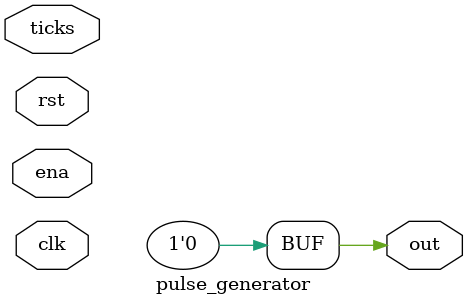
<source format=sv>
/*
  Outputs a pulse generator with a period of "ticks".
  out should go high for one cycle ever "ticks" clocks.
*/
module pulse_generator(clk, rst, ena, ticks, out);

parameter N = 8;
input wire clk, rst, ena;
input wire [N-1:0] ticks;
output logic out;

logic [N-1:0] counter;
logic counter_comparator;

always_comb begin
  out <= 0;
end

always_ff @(posedge clk) begin
  out <= 0;
  if (rst)
    counter <= 0;
  else if (ena) begin
    if (counter < ticks)
      counter <= counter + 1;
    else if (counter == ticks) begin
      out <= 1;
      counter <=0;
    end
  end
end

endmodule

</source>
